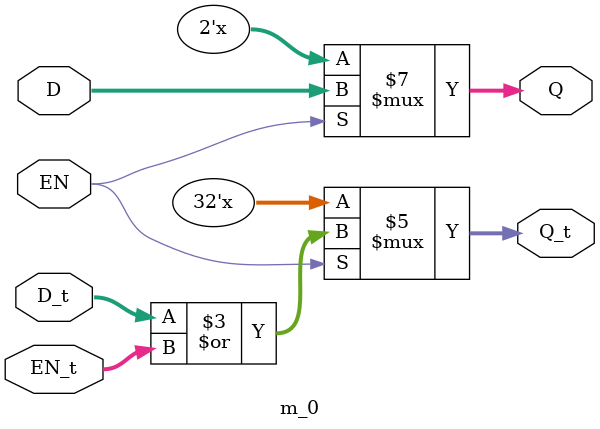
<source format=v>
module m_0 (D, D_t, EN, EN_t, Q, Q_t);

parameter WIDTH = 2;
parameter EN_POLARITY = 1'b1;

input EN;
input [WIDTH-1:0] D;
input [31:0] EN_t;
input [31:0] D_t;
output reg [WIDTH-1:0] Q;
output reg [31:0] Q_t;

initial begin
    Q_t = 0;
end

always @* begin
	if (EN == EN_POLARITY) begin
		Q <= D;
		Q_t <=  D_t | EN_t;
	end
end


endmodule

</source>
